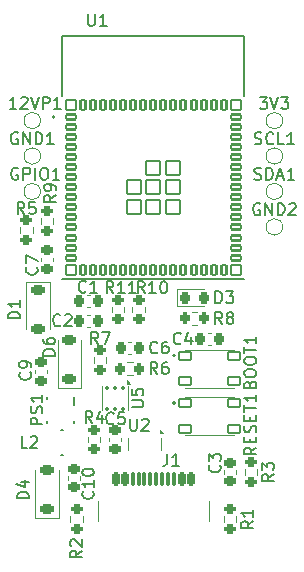
<source format=gbr>
%TF.GenerationSoftware,KiCad,Pcbnew,8.0.8*%
%TF.CreationDate,2025-07-23T19:23:50+02:00*%
%TF.ProjectId,liz_sensor,6c697a5f-7365-46e7-936f-722e6b696361,rev?*%
%TF.SameCoordinates,Original*%
%TF.FileFunction,Legend,Top*%
%TF.FilePolarity,Positive*%
%FSLAX46Y46*%
G04 Gerber Fmt 4.6, Leading zero omitted, Abs format (unit mm)*
G04 Created by KiCad (PCBNEW 8.0.8) date 2025-07-23 19:23:50*
%MOMM*%
%LPD*%
G01*
G04 APERTURE LIST*
G04 Aperture macros list*
%AMRoundRect*
0 Rectangle with rounded corners*
0 $1 Rounding radius*
0 $2 $3 $4 $5 $6 $7 $8 $9 X,Y pos of 4 corners*
0 Add a 4 corners polygon primitive as box body*
4,1,4,$2,$3,$4,$5,$6,$7,$8,$9,$2,$3,0*
0 Add four circle primitives for the rounded corners*
1,1,$1+$1,$2,$3*
1,1,$1+$1,$4,$5*
1,1,$1+$1,$6,$7*
1,1,$1+$1,$8,$9*
0 Add four rect primitives between the rounded corners*
20,1,$1+$1,$2,$3,$4,$5,0*
20,1,$1+$1,$4,$5,$6,$7,0*
20,1,$1+$1,$6,$7,$8,$9,0*
20,1,$1+$1,$8,$9,$2,$3,0*%
G04 Aperture macros list end*
%ADD10C,0.150000*%
%ADD11C,0.120000*%
%ADD12C,0.127000*%
%ADD13C,0.200000*%
%ADD14C,0.100000*%
%ADD15C,0.170000*%
%ADD16C,0.152400*%
%ADD17C,0.010000*%
%ADD18RoundRect,0.200000X-0.275000X0.200000X-0.275000X-0.200000X0.275000X-0.200000X0.275000X0.200000X0*%
%ADD19RoundRect,0.225000X-0.250000X0.225000X-0.250000X-0.225000X0.250000X-0.225000X0.250000X0.225000X0*%
%ADD20C,1.000000*%
%ADD21RoundRect,0.225000X0.375000X-0.225000X0.375000X0.225000X-0.375000X0.225000X-0.375000X-0.225000X0*%
%ADD22RoundRect,0.225000X0.225000X0.250000X-0.225000X0.250000X-0.225000X-0.250000X0.225000X-0.250000X0*%
%ADD23RoundRect,0.102000X-0.400000X-0.200000X0.400000X-0.200000X0.400000X0.200000X-0.400000X0.200000X0*%
%ADD24RoundRect,0.102000X-0.200000X-0.400000X0.200000X-0.400000X0.200000X0.400000X-0.200000X0.400000X0*%
%ADD25RoundRect,0.102000X-0.600000X-0.600000X0.600000X-0.600000X0.600000X0.600000X-0.600000X0.600000X0*%
%ADD26RoundRect,0.102000X-0.400000X-0.400000X0.400000X-0.400000X0.400000X0.400000X-0.400000X0.400000X0*%
%ADD27RoundRect,0.102000X-0.525000X-0.325000X0.525000X-0.325000X0.525000X0.325000X-0.525000X0.325000X0*%
%ADD28RoundRect,0.200000X-0.200000X-0.275000X0.200000X-0.275000X0.200000X0.275000X-0.200000X0.275000X0*%
%ADD29R,0.250000X0.625000*%
%ADD30R,0.450000X0.700000*%
%ADD31R,0.450000X0.575000*%
%ADD32RoundRect,0.225000X-0.375000X0.225000X-0.375000X-0.225000X0.375000X-0.225000X0.375000X0.225000X0*%
%ADD33RoundRect,0.218750X-0.218750X-0.256250X0.218750X-0.256250X0.218750X0.256250X-0.218750X0.256250X0*%
%ADD34RoundRect,0.225000X-0.225000X-0.250000X0.225000X-0.250000X0.225000X0.250000X-0.225000X0.250000X0*%
%ADD35R,0.249999X0.499999*%
%ADD36R,1.599999X0.900001*%
%ADD37C,0.499999*%
%ADD38C,0.650000*%
%ADD39RoundRect,0.150000X-0.150000X-0.425000X0.150000X-0.425000X0.150000X0.425000X-0.150000X0.425000X0*%
%ADD40RoundRect,0.075000X-0.075000X-0.500000X0.075000X-0.500000X0.075000X0.500000X-0.075000X0.500000X0*%
%ADD41O,1.000000X2.100000*%
%ADD42O,1.000000X1.800000*%
%ADD43RoundRect,0.225000X0.250000X-0.225000X0.250000X0.225000X-0.250000X0.225000X-0.250000X-0.225000X0*%
%ADD44R,1.066800X1.803400*%
%ADD45RoundRect,0.093750X-0.106250X0.093750X-0.106250X-0.093750X0.106250X-0.093750X0.106250X0.093750X0*%
%ADD46R,1.600000X1.000000*%
G04 APERTURE END LIST*
D10*
X147833333Y-103154819D02*
X147500000Y-102678628D01*
X147261905Y-103154819D02*
X147261905Y-102154819D01*
X147261905Y-102154819D02*
X147642857Y-102154819D01*
X147642857Y-102154819D02*
X147738095Y-102202438D01*
X147738095Y-102202438D02*
X147785714Y-102250057D01*
X147785714Y-102250057D02*
X147833333Y-102345295D01*
X147833333Y-102345295D02*
X147833333Y-102488152D01*
X147833333Y-102488152D02*
X147785714Y-102583390D01*
X147785714Y-102583390D02*
X147738095Y-102631009D01*
X147738095Y-102631009D02*
X147642857Y-102678628D01*
X147642857Y-102678628D02*
X147261905Y-102678628D01*
X148166667Y-102154819D02*
X148833333Y-102154819D01*
X148833333Y-102154819D02*
X148404762Y-103154819D01*
X149133333Y-109859580D02*
X149085714Y-109907200D01*
X149085714Y-109907200D02*
X148942857Y-109954819D01*
X148942857Y-109954819D02*
X148847619Y-109954819D01*
X148847619Y-109954819D02*
X148704762Y-109907200D01*
X148704762Y-109907200D02*
X148609524Y-109811961D01*
X148609524Y-109811961D02*
X148561905Y-109716723D01*
X148561905Y-109716723D02*
X148514286Y-109526247D01*
X148514286Y-109526247D02*
X148514286Y-109383390D01*
X148514286Y-109383390D02*
X148561905Y-109192914D01*
X148561905Y-109192914D02*
X148609524Y-109097676D01*
X148609524Y-109097676D02*
X148704762Y-109002438D01*
X148704762Y-109002438D02*
X148847619Y-108954819D01*
X148847619Y-108954819D02*
X148942857Y-108954819D01*
X148942857Y-108954819D02*
X149085714Y-109002438D01*
X149085714Y-109002438D02*
X149133333Y-109050057D01*
X150038095Y-108954819D02*
X149561905Y-108954819D01*
X149561905Y-108954819D02*
X149514286Y-109431009D01*
X149514286Y-109431009D02*
X149561905Y-109383390D01*
X149561905Y-109383390D02*
X149657143Y-109335771D01*
X149657143Y-109335771D02*
X149895238Y-109335771D01*
X149895238Y-109335771D02*
X149990476Y-109383390D01*
X149990476Y-109383390D02*
X150038095Y-109431009D01*
X150038095Y-109431009D02*
X150085714Y-109526247D01*
X150085714Y-109526247D02*
X150085714Y-109764342D01*
X150085714Y-109764342D02*
X150038095Y-109859580D01*
X150038095Y-109859580D02*
X149990476Y-109907200D01*
X149990476Y-109907200D02*
X149895238Y-109954819D01*
X149895238Y-109954819D02*
X149657143Y-109954819D01*
X149657143Y-109954819D02*
X149561905Y-109907200D01*
X149561905Y-109907200D02*
X149514286Y-109859580D01*
X141011904Y-85304438D02*
X140916666Y-85256819D01*
X140916666Y-85256819D02*
X140773809Y-85256819D01*
X140773809Y-85256819D02*
X140630952Y-85304438D01*
X140630952Y-85304438D02*
X140535714Y-85399676D01*
X140535714Y-85399676D02*
X140488095Y-85494914D01*
X140488095Y-85494914D02*
X140440476Y-85685390D01*
X140440476Y-85685390D02*
X140440476Y-85828247D01*
X140440476Y-85828247D02*
X140488095Y-86018723D01*
X140488095Y-86018723D02*
X140535714Y-86113961D01*
X140535714Y-86113961D02*
X140630952Y-86209200D01*
X140630952Y-86209200D02*
X140773809Y-86256819D01*
X140773809Y-86256819D02*
X140869047Y-86256819D01*
X140869047Y-86256819D02*
X141011904Y-86209200D01*
X141011904Y-86209200D02*
X141059523Y-86161580D01*
X141059523Y-86161580D02*
X141059523Y-85828247D01*
X141059523Y-85828247D02*
X140869047Y-85828247D01*
X141488095Y-86256819D02*
X141488095Y-85256819D01*
X141488095Y-85256819D02*
X142059523Y-86256819D01*
X142059523Y-86256819D02*
X142059523Y-85256819D01*
X142535714Y-86256819D02*
X142535714Y-85256819D01*
X142535714Y-85256819D02*
X142773809Y-85256819D01*
X142773809Y-85256819D02*
X142916666Y-85304438D01*
X142916666Y-85304438D02*
X143011904Y-85399676D01*
X143011904Y-85399676D02*
X143059523Y-85494914D01*
X143059523Y-85494914D02*
X143107142Y-85685390D01*
X143107142Y-85685390D02*
X143107142Y-85828247D01*
X143107142Y-85828247D02*
X143059523Y-86018723D01*
X143059523Y-86018723D02*
X143011904Y-86113961D01*
X143011904Y-86113961D02*
X142916666Y-86209200D01*
X142916666Y-86209200D02*
X142773809Y-86256819D01*
X142773809Y-86256819D02*
X142535714Y-86256819D01*
X144059523Y-86256819D02*
X143488095Y-86256819D01*
X143773809Y-86256819D02*
X143773809Y-85256819D01*
X143773809Y-85256819D02*
X143678571Y-85399676D01*
X143678571Y-85399676D02*
X143583333Y-85494914D01*
X143583333Y-85494914D02*
X143488095Y-85542533D01*
X147333333Y-109854819D02*
X147000000Y-109378628D01*
X146761905Y-109854819D02*
X146761905Y-108854819D01*
X146761905Y-108854819D02*
X147142857Y-108854819D01*
X147142857Y-108854819D02*
X147238095Y-108902438D01*
X147238095Y-108902438D02*
X147285714Y-108950057D01*
X147285714Y-108950057D02*
X147333333Y-109045295D01*
X147333333Y-109045295D02*
X147333333Y-109188152D01*
X147333333Y-109188152D02*
X147285714Y-109283390D01*
X147285714Y-109283390D02*
X147238095Y-109331009D01*
X147238095Y-109331009D02*
X147142857Y-109378628D01*
X147142857Y-109378628D02*
X146761905Y-109378628D01*
X148190476Y-109188152D02*
X148190476Y-109854819D01*
X147952381Y-108807200D02*
X147714286Y-109521485D01*
X147714286Y-109521485D02*
X148333333Y-109521485D01*
X141954819Y-116238094D02*
X140954819Y-116238094D01*
X140954819Y-116238094D02*
X140954819Y-115999999D01*
X140954819Y-115999999D02*
X141002438Y-115857142D01*
X141002438Y-115857142D02*
X141097676Y-115761904D01*
X141097676Y-115761904D02*
X141192914Y-115714285D01*
X141192914Y-115714285D02*
X141383390Y-115666666D01*
X141383390Y-115666666D02*
X141526247Y-115666666D01*
X141526247Y-115666666D02*
X141716723Y-115714285D01*
X141716723Y-115714285D02*
X141811961Y-115761904D01*
X141811961Y-115761904D02*
X141907200Y-115857142D01*
X141907200Y-115857142D02*
X141954819Y-115999999D01*
X141954819Y-115999999D02*
X141954819Y-116238094D01*
X141288152Y-114809523D02*
X141954819Y-114809523D01*
X140907200Y-115047618D02*
X141621485Y-115285713D01*
X141621485Y-115285713D02*
X141621485Y-114666666D01*
X161059524Y-89209200D02*
X161202381Y-89256819D01*
X161202381Y-89256819D02*
X161440476Y-89256819D01*
X161440476Y-89256819D02*
X161535714Y-89209200D01*
X161535714Y-89209200D02*
X161583333Y-89161580D01*
X161583333Y-89161580D02*
X161630952Y-89066342D01*
X161630952Y-89066342D02*
X161630952Y-88971104D01*
X161630952Y-88971104D02*
X161583333Y-88875866D01*
X161583333Y-88875866D02*
X161535714Y-88828247D01*
X161535714Y-88828247D02*
X161440476Y-88780628D01*
X161440476Y-88780628D02*
X161250000Y-88733009D01*
X161250000Y-88733009D02*
X161154762Y-88685390D01*
X161154762Y-88685390D02*
X161107143Y-88637771D01*
X161107143Y-88637771D02*
X161059524Y-88542533D01*
X161059524Y-88542533D02*
X161059524Y-88447295D01*
X161059524Y-88447295D02*
X161107143Y-88352057D01*
X161107143Y-88352057D02*
X161154762Y-88304438D01*
X161154762Y-88304438D02*
X161250000Y-88256819D01*
X161250000Y-88256819D02*
X161488095Y-88256819D01*
X161488095Y-88256819D02*
X161630952Y-88304438D01*
X162059524Y-89256819D02*
X162059524Y-88256819D01*
X162059524Y-88256819D02*
X162297619Y-88256819D01*
X162297619Y-88256819D02*
X162440476Y-88304438D01*
X162440476Y-88304438D02*
X162535714Y-88399676D01*
X162535714Y-88399676D02*
X162583333Y-88494914D01*
X162583333Y-88494914D02*
X162630952Y-88685390D01*
X162630952Y-88685390D02*
X162630952Y-88828247D01*
X162630952Y-88828247D02*
X162583333Y-89018723D01*
X162583333Y-89018723D02*
X162535714Y-89113961D01*
X162535714Y-89113961D02*
X162440476Y-89209200D01*
X162440476Y-89209200D02*
X162297619Y-89256819D01*
X162297619Y-89256819D02*
X162059524Y-89256819D01*
X163011905Y-88971104D02*
X163488095Y-88971104D01*
X162916667Y-89256819D02*
X163250000Y-88256819D01*
X163250000Y-88256819D02*
X163583333Y-89256819D01*
X164440476Y-89256819D02*
X163869048Y-89256819D01*
X164154762Y-89256819D02*
X164154762Y-88256819D01*
X164154762Y-88256819D02*
X164059524Y-88399676D01*
X164059524Y-88399676D02*
X163964286Y-88494914D01*
X163964286Y-88494914D02*
X163869048Y-88542533D01*
X144633333Y-101559580D02*
X144585714Y-101607200D01*
X144585714Y-101607200D02*
X144442857Y-101654819D01*
X144442857Y-101654819D02*
X144347619Y-101654819D01*
X144347619Y-101654819D02*
X144204762Y-101607200D01*
X144204762Y-101607200D02*
X144109524Y-101511961D01*
X144109524Y-101511961D02*
X144061905Y-101416723D01*
X144061905Y-101416723D02*
X144014286Y-101226247D01*
X144014286Y-101226247D02*
X144014286Y-101083390D01*
X144014286Y-101083390D02*
X144061905Y-100892914D01*
X144061905Y-100892914D02*
X144109524Y-100797676D01*
X144109524Y-100797676D02*
X144204762Y-100702438D01*
X144204762Y-100702438D02*
X144347619Y-100654819D01*
X144347619Y-100654819D02*
X144442857Y-100654819D01*
X144442857Y-100654819D02*
X144585714Y-100702438D01*
X144585714Y-100702438D02*
X144633333Y-100750057D01*
X145014286Y-100750057D02*
X145061905Y-100702438D01*
X145061905Y-100702438D02*
X145157143Y-100654819D01*
X145157143Y-100654819D02*
X145395238Y-100654819D01*
X145395238Y-100654819D02*
X145490476Y-100702438D01*
X145490476Y-100702438D02*
X145538095Y-100750057D01*
X145538095Y-100750057D02*
X145585714Y-100845295D01*
X145585714Y-100845295D02*
X145585714Y-100940533D01*
X145585714Y-100940533D02*
X145538095Y-101083390D01*
X145538095Y-101083390D02*
X144966667Y-101654819D01*
X144966667Y-101654819D02*
X145585714Y-101654819D01*
X152833333Y-103859580D02*
X152785714Y-103907200D01*
X152785714Y-103907200D02*
X152642857Y-103954819D01*
X152642857Y-103954819D02*
X152547619Y-103954819D01*
X152547619Y-103954819D02*
X152404762Y-103907200D01*
X152404762Y-103907200D02*
X152309524Y-103811961D01*
X152309524Y-103811961D02*
X152261905Y-103716723D01*
X152261905Y-103716723D02*
X152214286Y-103526247D01*
X152214286Y-103526247D02*
X152214286Y-103383390D01*
X152214286Y-103383390D02*
X152261905Y-103192914D01*
X152261905Y-103192914D02*
X152309524Y-103097676D01*
X152309524Y-103097676D02*
X152404762Y-103002438D01*
X152404762Y-103002438D02*
X152547619Y-102954819D01*
X152547619Y-102954819D02*
X152642857Y-102954819D01*
X152642857Y-102954819D02*
X152785714Y-103002438D01*
X152785714Y-103002438D02*
X152833333Y-103050057D01*
X153690476Y-102954819D02*
X153500000Y-102954819D01*
X153500000Y-102954819D02*
X153404762Y-103002438D01*
X153404762Y-103002438D02*
X153357143Y-103050057D01*
X153357143Y-103050057D02*
X153261905Y-103192914D01*
X153261905Y-103192914D02*
X153214286Y-103383390D01*
X153214286Y-103383390D02*
X153214286Y-103764342D01*
X153214286Y-103764342D02*
X153261905Y-103859580D01*
X153261905Y-103859580D02*
X153309524Y-103907200D01*
X153309524Y-103907200D02*
X153404762Y-103954819D01*
X153404762Y-103954819D02*
X153595238Y-103954819D01*
X153595238Y-103954819D02*
X153690476Y-103907200D01*
X153690476Y-103907200D02*
X153738095Y-103859580D01*
X153738095Y-103859580D02*
X153785714Y-103764342D01*
X153785714Y-103764342D02*
X153785714Y-103526247D01*
X153785714Y-103526247D02*
X153738095Y-103431009D01*
X153738095Y-103431009D02*
X153690476Y-103383390D01*
X153690476Y-103383390D02*
X153595238Y-103335771D01*
X153595238Y-103335771D02*
X153404762Y-103335771D01*
X153404762Y-103335771D02*
X153309524Y-103383390D01*
X153309524Y-103383390D02*
X153261905Y-103431009D01*
X153261905Y-103431009D02*
X153214286Y-103526247D01*
X146963095Y-75219819D02*
X146963095Y-76029342D01*
X146963095Y-76029342D02*
X147010714Y-76124580D01*
X147010714Y-76124580D02*
X147058333Y-76172200D01*
X147058333Y-76172200D02*
X147153571Y-76219819D01*
X147153571Y-76219819D02*
X147344047Y-76219819D01*
X147344047Y-76219819D02*
X147439285Y-76172200D01*
X147439285Y-76172200D02*
X147486904Y-76124580D01*
X147486904Y-76124580D02*
X147534523Y-76029342D01*
X147534523Y-76029342D02*
X147534523Y-75219819D01*
X148534523Y-76219819D02*
X147963095Y-76219819D01*
X148248809Y-76219819D02*
X148248809Y-75219819D01*
X148248809Y-75219819D02*
X148153571Y-75362676D01*
X148153571Y-75362676D02*
X148058333Y-75457914D01*
X148058333Y-75457914D02*
X147963095Y-75505533D01*
X161204819Y-111928571D02*
X160728628Y-112261904D01*
X161204819Y-112499999D02*
X160204819Y-112499999D01*
X160204819Y-112499999D02*
X160204819Y-112119047D01*
X160204819Y-112119047D02*
X160252438Y-112023809D01*
X160252438Y-112023809D02*
X160300057Y-111976190D01*
X160300057Y-111976190D02*
X160395295Y-111928571D01*
X160395295Y-111928571D02*
X160538152Y-111928571D01*
X160538152Y-111928571D02*
X160633390Y-111976190D01*
X160633390Y-111976190D02*
X160681009Y-112023809D01*
X160681009Y-112023809D02*
X160728628Y-112119047D01*
X160728628Y-112119047D02*
X160728628Y-112499999D01*
X160681009Y-111499999D02*
X160681009Y-111166666D01*
X161204819Y-111023809D02*
X161204819Y-111499999D01*
X161204819Y-111499999D02*
X160204819Y-111499999D01*
X160204819Y-111499999D02*
X160204819Y-111023809D01*
X161157200Y-110642856D02*
X161204819Y-110499999D01*
X161204819Y-110499999D02*
X161204819Y-110261904D01*
X161204819Y-110261904D02*
X161157200Y-110166666D01*
X161157200Y-110166666D02*
X161109580Y-110119047D01*
X161109580Y-110119047D02*
X161014342Y-110071428D01*
X161014342Y-110071428D02*
X160919104Y-110071428D01*
X160919104Y-110071428D02*
X160823866Y-110119047D01*
X160823866Y-110119047D02*
X160776247Y-110166666D01*
X160776247Y-110166666D02*
X160728628Y-110261904D01*
X160728628Y-110261904D02*
X160681009Y-110452380D01*
X160681009Y-110452380D02*
X160633390Y-110547618D01*
X160633390Y-110547618D02*
X160585771Y-110595237D01*
X160585771Y-110595237D02*
X160490533Y-110642856D01*
X160490533Y-110642856D02*
X160395295Y-110642856D01*
X160395295Y-110642856D02*
X160300057Y-110595237D01*
X160300057Y-110595237D02*
X160252438Y-110547618D01*
X160252438Y-110547618D02*
X160204819Y-110452380D01*
X160204819Y-110452380D02*
X160204819Y-110214285D01*
X160204819Y-110214285D02*
X160252438Y-110071428D01*
X160681009Y-109642856D02*
X160681009Y-109309523D01*
X161204819Y-109166666D02*
X161204819Y-109642856D01*
X161204819Y-109642856D02*
X160204819Y-109642856D01*
X160204819Y-109642856D02*
X160204819Y-109166666D01*
X160204819Y-108880951D02*
X160204819Y-108309523D01*
X161204819Y-108595237D02*
X160204819Y-108595237D01*
X161204819Y-107452380D02*
X161204819Y-108023808D01*
X161204819Y-107738094D02*
X160204819Y-107738094D01*
X160204819Y-107738094D02*
X160347676Y-107833332D01*
X160347676Y-107833332D02*
X160442914Y-107928570D01*
X160442914Y-107928570D02*
X160490533Y-108023808D01*
X152833333Y-105704819D02*
X152500000Y-105228628D01*
X152261905Y-105704819D02*
X152261905Y-104704819D01*
X152261905Y-104704819D02*
X152642857Y-104704819D01*
X152642857Y-104704819D02*
X152738095Y-104752438D01*
X152738095Y-104752438D02*
X152785714Y-104800057D01*
X152785714Y-104800057D02*
X152833333Y-104895295D01*
X152833333Y-104895295D02*
X152833333Y-105038152D01*
X152833333Y-105038152D02*
X152785714Y-105133390D01*
X152785714Y-105133390D02*
X152738095Y-105181009D01*
X152738095Y-105181009D02*
X152642857Y-105228628D01*
X152642857Y-105228628D02*
X152261905Y-105228628D01*
X153690476Y-104704819D02*
X153500000Y-104704819D01*
X153500000Y-104704819D02*
X153404762Y-104752438D01*
X153404762Y-104752438D02*
X153357143Y-104800057D01*
X153357143Y-104800057D02*
X153261905Y-104942914D01*
X153261905Y-104942914D02*
X153214286Y-105133390D01*
X153214286Y-105133390D02*
X153214286Y-105514342D01*
X153214286Y-105514342D02*
X153261905Y-105609580D01*
X153261905Y-105609580D02*
X153309524Y-105657200D01*
X153309524Y-105657200D02*
X153404762Y-105704819D01*
X153404762Y-105704819D02*
X153595238Y-105704819D01*
X153595238Y-105704819D02*
X153690476Y-105657200D01*
X153690476Y-105657200D02*
X153738095Y-105609580D01*
X153738095Y-105609580D02*
X153785714Y-105514342D01*
X153785714Y-105514342D02*
X153785714Y-105276247D01*
X153785714Y-105276247D02*
X153738095Y-105181009D01*
X153738095Y-105181009D02*
X153690476Y-105133390D01*
X153690476Y-105133390D02*
X153595238Y-105085771D01*
X153595238Y-105085771D02*
X153404762Y-105085771D01*
X153404762Y-105085771D02*
X153309524Y-105133390D01*
X153309524Y-105133390D02*
X153261905Y-105181009D01*
X153261905Y-105181009D02*
X153214286Y-105276247D01*
X160954819Y-118166666D02*
X160478628Y-118499999D01*
X160954819Y-118738094D02*
X159954819Y-118738094D01*
X159954819Y-118738094D02*
X159954819Y-118357142D01*
X159954819Y-118357142D02*
X160002438Y-118261904D01*
X160002438Y-118261904D02*
X160050057Y-118214285D01*
X160050057Y-118214285D02*
X160145295Y-118166666D01*
X160145295Y-118166666D02*
X160288152Y-118166666D01*
X160288152Y-118166666D02*
X160383390Y-118214285D01*
X160383390Y-118214285D02*
X160431009Y-118261904D01*
X160431009Y-118261904D02*
X160478628Y-118357142D01*
X160478628Y-118357142D02*
X160478628Y-118738094D01*
X160954819Y-117214285D02*
X160954819Y-117785713D01*
X160954819Y-117499999D02*
X159954819Y-117499999D01*
X159954819Y-117499999D02*
X160097676Y-117595237D01*
X160097676Y-117595237D02*
X160192914Y-117690475D01*
X160192914Y-117690475D02*
X160240533Y-117785713D01*
X149107142Y-98854819D02*
X148773809Y-98378628D01*
X148535714Y-98854819D02*
X148535714Y-97854819D01*
X148535714Y-97854819D02*
X148916666Y-97854819D01*
X148916666Y-97854819D02*
X149011904Y-97902438D01*
X149011904Y-97902438D02*
X149059523Y-97950057D01*
X149059523Y-97950057D02*
X149107142Y-98045295D01*
X149107142Y-98045295D02*
X149107142Y-98188152D01*
X149107142Y-98188152D02*
X149059523Y-98283390D01*
X149059523Y-98283390D02*
X149011904Y-98331009D01*
X149011904Y-98331009D02*
X148916666Y-98378628D01*
X148916666Y-98378628D02*
X148535714Y-98378628D01*
X150059523Y-98854819D02*
X149488095Y-98854819D01*
X149773809Y-98854819D02*
X149773809Y-97854819D01*
X149773809Y-97854819D02*
X149678571Y-97997676D01*
X149678571Y-97997676D02*
X149583333Y-98092914D01*
X149583333Y-98092914D02*
X149488095Y-98140533D01*
X151011904Y-98854819D02*
X150440476Y-98854819D01*
X150726190Y-98854819D02*
X150726190Y-97854819D01*
X150726190Y-97854819D02*
X150630952Y-97997676D01*
X150630952Y-97997676D02*
X150535714Y-98092914D01*
X150535714Y-98092914D02*
X150440476Y-98140533D01*
X150538095Y-109504819D02*
X150538095Y-110314342D01*
X150538095Y-110314342D02*
X150585714Y-110409580D01*
X150585714Y-110409580D02*
X150633333Y-110457200D01*
X150633333Y-110457200D02*
X150728571Y-110504819D01*
X150728571Y-110504819D02*
X150919047Y-110504819D01*
X150919047Y-110504819D02*
X151014285Y-110457200D01*
X151014285Y-110457200D02*
X151061904Y-110409580D01*
X151061904Y-110409580D02*
X151109523Y-110314342D01*
X151109523Y-110314342D02*
X151109523Y-109504819D01*
X151538095Y-109600057D02*
X151585714Y-109552438D01*
X151585714Y-109552438D02*
X151680952Y-109504819D01*
X151680952Y-109504819D02*
X151919047Y-109504819D01*
X151919047Y-109504819D02*
X152014285Y-109552438D01*
X152014285Y-109552438D02*
X152061904Y-109600057D01*
X152061904Y-109600057D02*
X152109523Y-109695295D01*
X152109523Y-109695295D02*
X152109523Y-109790533D01*
X152109523Y-109790533D02*
X152061904Y-109933390D01*
X152061904Y-109933390D02*
X151490476Y-110504819D01*
X151490476Y-110504819D02*
X152109523Y-110504819D01*
X146454819Y-120666666D02*
X145978628Y-120999999D01*
X146454819Y-121238094D02*
X145454819Y-121238094D01*
X145454819Y-121238094D02*
X145454819Y-120857142D01*
X145454819Y-120857142D02*
X145502438Y-120761904D01*
X145502438Y-120761904D02*
X145550057Y-120714285D01*
X145550057Y-120714285D02*
X145645295Y-120666666D01*
X145645295Y-120666666D02*
X145788152Y-120666666D01*
X145788152Y-120666666D02*
X145883390Y-120714285D01*
X145883390Y-120714285D02*
X145931009Y-120761904D01*
X145931009Y-120761904D02*
X145978628Y-120857142D01*
X145978628Y-120857142D02*
X145978628Y-121238094D01*
X145550057Y-120285713D02*
X145502438Y-120238094D01*
X145502438Y-120238094D02*
X145454819Y-120142856D01*
X145454819Y-120142856D02*
X145454819Y-119904761D01*
X145454819Y-119904761D02*
X145502438Y-119809523D01*
X145502438Y-119809523D02*
X145550057Y-119761904D01*
X145550057Y-119761904D02*
X145645295Y-119714285D01*
X145645295Y-119714285D02*
X145740533Y-119714285D01*
X145740533Y-119714285D02*
X145883390Y-119761904D01*
X145883390Y-119761904D02*
X146454819Y-120333332D01*
X146454819Y-120333332D02*
X146454819Y-119714285D01*
X142609580Y-96666666D02*
X142657200Y-96714285D01*
X142657200Y-96714285D02*
X142704819Y-96857142D01*
X142704819Y-96857142D02*
X142704819Y-96952380D01*
X142704819Y-96952380D02*
X142657200Y-97095237D01*
X142657200Y-97095237D02*
X142561961Y-97190475D01*
X142561961Y-97190475D02*
X142466723Y-97238094D01*
X142466723Y-97238094D02*
X142276247Y-97285713D01*
X142276247Y-97285713D02*
X142133390Y-97285713D01*
X142133390Y-97285713D02*
X141942914Y-97238094D01*
X141942914Y-97238094D02*
X141847676Y-97190475D01*
X141847676Y-97190475D02*
X141752438Y-97095237D01*
X141752438Y-97095237D02*
X141704819Y-96952380D01*
X141704819Y-96952380D02*
X141704819Y-96857142D01*
X141704819Y-96857142D02*
X141752438Y-96714285D01*
X141752438Y-96714285D02*
X141800057Y-96666666D01*
X141704819Y-96333332D02*
X141704819Y-95666666D01*
X141704819Y-95666666D02*
X142704819Y-96095237D01*
X141204819Y-100988094D02*
X140204819Y-100988094D01*
X140204819Y-100988094D02*
X140204819Y-100749999D01*
X140204819Y-100749999D02*
X140252438Y-100607142D01*
X140252438Y-100607142D02*
X140347676Y-100511904D01*
X140347676Y-100511904D02*
X140442914Y-100464285D01*
X140442914Y-100464285D02*
X140633390Y-100416666D01*
X140633390Y-100416666D02*
X140776247Y-100416666D01*
X140776247Y-100416666D02*
X140966723Y-100464285D01*
X140966723Y-100464285D02*
X141061961Y-100511904D01*
X141061961Y-100511904D02*
X141157200Y-100607142D01*
X141157200Y-100607142D02*
X141204819Y-100749999D01*
X141204819Y-100749999D02*
X141204819Y-100988094D01*
X141204819Y-99464285D02*
X141204819Y-100035713D01*
X141204819Y-99749999D02*
X140204819Y-99749999D01*
X140204819Y-99749999D02*
X140347676Y-99845237D01*
X140347676Y-99845237D02*
X140442914Y-99940475D01*
X140442914Y-99940475D02*
X140490533Y-100035713D01*
X158109580Y-113416666D02*
X158157200Y-113464285D01*
X158157200Y-113464285D02*
X158204819Y-113607142D01*
X158204819Y-113607142D02*
X158204819Y-113702380D01*
X158204819Y-113702380D02*
X158157200Y-113845237D01*
X158157200Y-113845237D02*
X158061961Y-113940475D01*
X158061961Y-113940475D02*
X157966723Y-113988094D01*
X157966723Y-113988094D02*
X157776247Y-114035713D01*
X157776247Y-114035713D02*
X157633390Y-114035713D01*
X157633390Y-114035713D02*
X157442914Y-113988094D01*
X157442914Y-113988094D02*
X157347676Y-113940475D01*
X157347676Y-113940475D02*
X157252438Y-113845237D01*
X157252438Y-113845237D02*
X157204819Y-113702380D01*
X157204819Y-113702380D02*
X157204819Y-113607142D01*
X157204819Y-113607142D02*
X157252438Y-113464285D01*
X157252438Y-113464285D02*
X157300057Y-113416666D01*
X157204819Y-113083332D02*
X157204819Y-112464285D01*
X157204819Y-112464285D02*
X157585771Y-112797618D01*
X157585771Y-112797618D02*
X157585771Y-112654761D01*
X157585771Y-112654761D02*
X157633390Y-112559523D01*
X157633390Y-112559523D02*
X157681009Y-112511904D01*
X157681009Y-112511904D02*
X157776247Y-112464285D01*
X157776247Y-112464285D02*
X158014342Y-112464285D01*
X158014342Y-112464285D02*
X158109580Y-112511904D01*
X158109580Y-112511904D02*
X158157200Y-112559523D01*
X158157200Y-112559523D02*
X158204819Y-112654761D01*
X158204819Y-112654761D02*
X158204819Y-112940475D01*
X158204819Y-112940475D02*
X158157200Y-113035713D01*
X158157200Y-113035713D02*
X158109580Y-113083332D01*
X158333333Y-101454819D02*
X158000000Y-100978628D01*
X157761905Y-101454819D02*
X157761905Y-100454819D01*
X157761905Y-100454819D02*
X158142857Y-100454819D01*
X158142857Y-100454819D02*
X158238095Y-100502438D01*
X158238095Y-100502438D02*
X158285714Y-100550057D01*
X158285714Y-100550057D02*
X158333333Y-100645295D01*
X158333333Y-100645295D02*
X158333333Y-100788152D01*
X158333333Y-100788152D02*
X158285714Y-100883390D01*
X158285714Y-100883390D02*
X158238095Y-100931009D01*
X158238095Y-100931009D02*
X158142857Y-100978628D01*
X158142857Y-100978628D02*
X157761905Y-100978628D01*
X158904762Y-100883390D02*
X158809524Y-100835771D01*
X158809524Y-100835771D02*
X158761905Y-100788152D01*
X158761905Y-100788152D02*
X158714286Y-100692914D01*
X158714286Y-100692914D02*
X158714286Y-100645295D01*
X158714286Y-100645295D02*
X158761905Y-100550057D01*
X158761905Y-100550057D02*
X158809524Y-100502438D01*
X158809524Y-100502438D02*
X158904762Y-100454819D01*
X158904762Y-100454819D02*
X159095238Y-100454819D01*
X159095238Y-100454819D02*
X159190476Y-100502438D01*
X159190476Y-100502438D02*
X159238095Y-100550057D01*
X159238095Y-100550057D02*
X159285714Y-100645295D01*
X159285714Y-100645295D02*
X159285714Y-100692914D01*
X159285714Y-100692914D02*
X159238095Y-100788152D01*
X159238095Y-100788152D02*
X159190476Y-100835771D01*
X159190476Y-100835771D02*
X159095238Y-100883390D01*
X159095238Y-100883390D02*
X158904762Y-100883390D01*
X158904762Y-100883390D02*
X158809524Y-100931009D01*
X158809524Y-100931009D02*
X158761905Y-100978628D01*
X158761905Y-100978628D02*
X158714286Y-101073866D01*
X158714286Y-101073866D02*
X158714286Y-101264342D01*
X158714286Y-101264342D02*
X158761905Y-101359580D01*
X158761905Y-101359580D02*
X158809524Y-101407200D01*
X158809524Y-101407200D02*
X158904762Y-101454819D01*
X158904762Y-101454819D02*
X159095238Y-101454819D01*
X159095238Y-101454819D02*
X159190476Y-101407200D01*
X159190476Y-101407200D02*
X159238095Y-101359580D01*
X159238095Y-101359580D02*
X159285714Y-101264342D01*
X159285714Y-101264342D02*
X159285714Y-101073866D01*
X159285714Y-101073866D02*
X159238095Y-100978628D01*
X159238095Y-100978628D02*
X159190476Y-100931009D01*
X159190476Y-100931009D02*
X159095238Y-100883390D01*
X162704819Y-114166666D02*
X162228628Y-114499999D01*
X162704819Y-114738094D02*
X161704819Y-114738094D01*
X161704819Y-114738094D02*
X161704819Y-114357142D01*
X161704819Y-114357142D02*
X161752438Y-114261904D01*
X161752438Y-114261904D02*
X161800057Y-114214285D01*
X161800057Y-114214285D02*
X161895295Y-114166666D01*
X161895295Y-114166666D02*
X162038152Y-114166666D01*
X162038152Y-114166666D02*
X162133390Y-114214285D01*
X162133390Y-114214285D02*
X162181009Y-114261904D01*
X162181009Y-114261904D02*
X162228628Y-114357142D01*
X162228628Y-114357142D02*
X162228628Y-114738094D01*
X161704819Y-113833332D02*
X161704819Y-113214285D01*
X161704819Y-113214285D02*
X162085771Y-113547618D01*
X162085771Y-113547618D02*
X162085771Y-113404761D01*
X162085771Y-113404761D02*
X162133390Y-113309523D01*
X162133390Y-113309523D02*
X162181009Y-113261904D01*
X162181009Y-113261904D02*
X162276247Y-113214285D01*
X162276247Y-113214285D02*
X162514342Y-113214285D01*
X162514342Y-113214285D02*
X162609580Y-113261904D01*
X162609580Y-113261904D02*
X162657200Y-113309523D01*
X162657200Y-113309523D02*
X162704819Y-113404761D01*
X162704819Y-113404761D02*
X162704819Y-113690475D01*
X162704819Y-113690475D02*
X162657200Y-113785713D01*
X162657200Y-113785713D02*
X162609580Y-113833332D01*
X144154819Y-104138094D02*
X143154819Y-104138094D01*
X143154819Y-104138094D02*
X143154819Y-103899999D01*
X143154819Y-103899999D02*
X143202438Y-103757142D01*
X143202438Y-103757142D02*
X143297676Y-103661904D01*
X143297676Y-103661904D02*
X143392914Y-103614285D01*
X143392914Y-103614285D02*
X143583390Y-103566666D01*
X143583390Y-103566666D02*
X143726247Y-103566666D01*
X143726247Y-103566666D02*
X143916723Y-103614285D01*
X143916723Y-103614285D02*
X144011961Y-103661904D01*
X144011961Y-103661904D02*
X144107200Y-103757142D01*
X144107200Y-103757142D02*
X144154819Y-103899999D01*
X144154819Y-103899999D02*
X144154819Y-104138094D01*
X143154819Y-102709523D02*
X143154819Y-102899999D01*
X143154819Y-102899999D02*
X143202438Y-102995237D01*
X143202438Y-102995237D02*
X143250057Y-103042856D01*
X143250057Y-103042856D02*
X143392914Y-103138094D01*
X143392914Y-103138094D02*
X143583390Y-103185713D01*
X143583390Y-103185713D02*
X143964342Y-103185713D01*
X143964342Y-103185713D02*
X144059580Y-103138094D01*
X144059580Y-103138094D02*
X144107200Y-103090475D01*
X144107200Y-103090475D02*
X144154819Y-102995237D01*
X144154819Y-102995237D02*
X144154819Y-102804761D01*
X144154819Y-102804761D02*
X144107200Y-102709523D01*
X144107200Y-102709523D02*
X144059580Y-102661904D01*
X144059580Y-102661904D02*
X143964342Y-102614285D01*
X143964342Y-102614285D02*
X143726247Y-102614285D01*
X143726247Y-102614285D02*
X143631009Y-102661904D01*
X143631009Y-102661904D02*
X143583390Y-102709523D01*
X143583390Y-102709523D02*
X143535771Y-102804761D01*
X143535771Y-102804761D02*
X143535771Y-102995237D01*
X143535771Y-102995237D02*
X143583390Y-103090475D01*
X143583390Y-103090475D02*
X143631009Y-103138094D01*
X143631009Y-103138094D02*
X143726247Y-103185713D01*
X141583333Y-92154819D02*
X141250000Y-91678628D01*
X141011905Y-92154819D02*
X141011905Y-91154819D01*
X141011905Y-91154819D02*
X141392857Y-91154819D01*
X141392857Y-91154819D02*
X141488095Y-91202438D01*
X141488095Y-91202438D02*
X141535714Y-91250057D01*
X141535714Y-91250057D02*
X141583333Y-91345295D01*
X141583333Y-91345295D02*
X141583333Y-91488152D01*
X141583333Y-91488152D02*
X141535714Y-91583390D01*
X141535714Y-91583390D02*
X141488095Y-91631009D01*
X141488095Y-91631009D02*
X141392857Y-91678628D01*
X141392857Y-91678628D02*
X141011905Y-91678628D01*
X142488095Y-91154819D02*
X142011905Y-91154819D01*
X142011905Y-91154819D02*
X141964286Y-91631009D01*
X141964286Y-91631009D02*
X142011905Y-91583390D01*
X142011905Y-91583390D02*
X142107143Y-91535771D01*
X142107143Y-91535771D02*
X142345238Y-91535771D01*
X142345238Y-91535771D02*
X142440476Y-91583390D01*
X142440476Y-91583390D02*
X142488095Y-91631009D01*
X142488095Y-91631009D02*
X142535714Y-91726247D01*
X142535714Y-91726247D02*
X142535714Y-91964342D01*
X142535714Y-91964342D02*
X142488095Y-92059580D01*
X142488095Y-92059580D02*
X142440476Y-92107200D01*
X142440476Y-92107200D02*
X142345238Y-92154819D01*
X142345238Y-92154819D02*
X142107143Y-92154819D01*
X142107143Y-92154819D02*
X142011905Y-92107200D01*
X142011905Y-92107200D02*
X141964286Y-92059580D01*
X161511904Y-91304438D02*
X161416666Y-91256819D01*
X161416666Y-91256819D02*
X161273809Y-91256819D01*
X161273809Y-91256819D02*
X161130952Y-91304438D01*
X161130952Y-91304438D02*
X161035714Y-91399676D01*
X161035714Y-91399676D02*
X160988095Y-91494914D01*
X160988095Y-91494914D02*
X160940476Y-91685390D01*
X160940476Y-91685390D02*
X160940476Y-91828247D01*
X160940476Y-91828247D02*
X160988095Y-92018723D01*
X160988095Y-92018723D02*
X161035714Y-92113961D01*
X161035714Y-92113961D02*
X161130952Y-92209200D01*
X161130952Y-92209200D02*
X161273809Y-92256819D01*
X161273809Y-92256819D02*
X161369047Y-92256819D01*
X161369047Y-92256819D02*
X161511904Y-92209200D01*
X161511904Y-92209200D02*
X161559523Y-92161580D01*
X161559523Y-92161580D02*
X161559523Y-91828247D01*
X161559523Y-91828247D02*
X161369047Y-91828247D01*
X161988095Y-92256819D02*
X161988095Y-91256819D01*
X161988095Y-91256819D02*
X162559523Y-92256819D01*
X162559523Y-92256819D02*
X162559523Y-91256819D01*
X163035714Y-92256819D02*
X163035714Y-91256819D01*
X163035714Y-91256819D02*
X163273809Y-91256819D01*
X163273809Y-91256819D02*
X163416666Y-91304438D01*
X163416666Y-91304438D02*
X163511904Y-91399676D01*
X163511904Y-91399676D02*
X163559523Y-91494914D01*
X163559523Y-91494914D02*
X163607142Y-91685390D01*
X163607142Y-91685390D02*
X163607142Y-91828247D01*
X163607142Y-91828247D02*
X163559523Y-92018723D01*
X163559523Y-92018723D02*
X163511904Y-92113961D01*
X163511904Y-92113961D02*
X163416666Y-92209200D01*
X163416666Y-92209200D02*
X163273809Y-92256819D01*
X163273809Y-92256819D02*
X163035714Y-92256819D01*
X163988095Y-91352057D02*
X164035714Y-91304438D01*
X164035714Y-91304438D02*
X164130952Y-91256819D01*
X164130952Y-91256819D02*
X164369047Y-91256819D01*
X164369047Y-91256819D02*
X164464285Y-91304438D01*
X164464285Y-91304438D02*
X164511904Y-91352057D01*
X164511904Y-91352057D02*
X164559523Y-91447295D01*
X164559523Y-91447295D02*
X164559523Y-91542533D01*
X164559523Y-91542533D02*
X164511904Y-91685390D01*
X164511904Y-91685390D02*
X163940476Y-92256819D01*
X163940476Y-92256819D02*
X164559523Y-92256819D01*
X161083333Y-86209200D02*
X161226190Y-86256819D01*
X161226190Y-86256819D02*
X161464285Y-86256819D01*
X161464285Y-86256819D02*
X161559523Y-86209200D01*
X161559523Y-86209200D02*
X161607142Y-86161580D01*
X161607142Y-86161580D02*
X161654761Y-86066342D01*
X161654761Y-86066342D02*
X161654761Y-85971104D01*
X161654761Y-85971104D02*
X161607142Y-85875866D01*
X161607142Y-85875866D02*
X161559523Y-85828247D01*
X161559523Y-85828247D02*
X161464285Y-85780628D01*
X161464285Y-85780628D02*
X161273809Y-85733009D01*
X161273809Y-85733009D02*
X161178571Y-85685390D01*
X161178571Y-85685390D02*
X161130952Y-85637771D01*
X161130952Y-85637771D02*
X161083333Y-85542533D01*
X161083333Y-85542533D02*
X161083333Y-85447295D01*
X161083333Y-85447295D02*
X161130952Y-85352057D01*
X161130952Y-85352057D02*
X161178571Y-85304438D01*
X161178571Y-85304438D02*
X161273809Y-85256819D01*
X161273809Y-85256819D02*
X161511904Y-85256819D01*
X161511904Y-85256819D02*
X161654761Y-85304438D01*
X162654761Y-86161580D02*
X162607142Y-86209200D01*
X162607142Y-86209200D02*
X162464285Y-86256819D01*
X162464285Y-86256819D02*
X162369047Y-86256819D01*
X162369047Y-86256819D02*
X162226190Y-86209200D01*
X162226190Y-86209200D02*
X162130952Y-86113961D01*
X162130952Y-86113961D02*
X162083333Y-86018723D01*
X162083333Y-86018723D02*
X162035714Y-85828247D01*
X162035714Y-85828247D02*
X162035714Y-85685390D01*
X162035714Y-85685390D02*
X162083333Y-85494914D01*
X162083333Y-85494914D02*
X162130952Y-85399676D01*
X162130952Y-85399676D02*
X162226190Y-85304438D01*
X162226190Y-85304438D02*
X162369047Y-85256819D01*
X162369047Y-85256819D02*
X162464285Y-85256819D01*
X162464285Y-85256819D02*
X162607142Y-85304438D01*
X162607142Y-85304438D02*
X162654761Y-85352057D01*
X163559523Y-86256819D02*
X163083333Y-86256819D01*
X163083333Y-86256819D02*
X163083333Y-85256819D01*
X164416666Y-86256819D02*
X163845238Y-86256819D01*
X164130952Y-86256819D02*
X164130952Y-85256819D01*
X164130952Y-85256819D02*
X164035714Y-85399676D01*
X164035714Y-85399676D02*
X163940476Y-85494914D01*
X163940476Y-85494914D02*
X163845238Y-85542533D01*
X151757142Y-98854819D02*
X151423809Y-98378628D01*
X151185714Y-98854819D02*
X151185714Y-97854819D01*
X151185714Y-97854819D02*
X151566666Y-97854819D01*
X151566666Y-97854819D02*
X151661904Y-97902438D01*
X151661904Y-97902438D02*
X151709523Y-97950057D01*
X151709523Y-97950057D02*
X151757142Y-98045295D01*
X151757142Y-98045295D02*
X151757142Y-98188152D01*
X151757142Y-98188152D02*
X151709523Y-98283390D01*
X151709523Y-98283390D02*
X151661904Y-98331009D01*
X151661904Y-98331009D02*
X151566666Y-98378628D01*
X151566666Y-98378628D02*
X151185714Y-98378628D01*
X152709523Y-98854819D02*
X152138095Y-98854819D01*
X152423809Y-98854819D02*
X152423809Y-97854819D01*
X152423809Y-97854819D02*
X152328571Y-97997676D01*
X152328571Y-97997676D02*
X152233333Y-98092914D01*
X152233333Y-98092914D02*
X152138095Y-98140533D01*
X153328571Y-97854819D02*
X153423809Y-97854819D01*
X153423809Y-97854819D02*
X153519047Y-97902438D01*
X153519047Y-97902438D02*
X153566666Y-97950057D01*
X153566666Y-97950057D02*
X153614285Y-98045295D01*
X153614285Y-98045295D02*
X153661904Y-98235771D01*
X153661904Y-98235771D02*
X153661904Y-98473866D01*
X153661904Y-98473866D02*
X153614285Y-98664342D01*
X153614285Y-98664342D02*
X153566666Y-98759580D01*
X153566666Y-98759580D02*
X153519047Y-98807200D01*
X153519047Y-98807200D02*
X153423809Y-98854819D01*
X153423809Y-98854819D02*
X153328571Y-98854819D01*
X153328571Y-98854819D02*
X153233333Y-98807200D01*
X153233333Y-98807200D02*
X153185714Y-98759580D01*
X153185714Y-98759580D02*
X153138095Y-98664342D01*
X153138095Y-98664342D02*
X153090476Y-98473866D01*
X153090476Y-98473866D02*
X153090476Y-98235771D01*
X153090476Y-98235771D02*
X153138095Y-98045295D01*
X153138095Y-98045295D02*
X153185714Y-97950057D01*
X153185714Y-97950057D02*
X153233333Y-97902438D01*
X153233333Y-97902438D02*
X153328571Y-97854819D01*
X157761905Y-99704819D02*
X157761905Y-98704819D01*
X157761905Y-98704819D02*
X158000000Y-98704819D01*
X158000000Y-98704819D02*
X158142857Y-98752438D01*
X158142857Y-98752438D02*
X158238095Y-98847676D01*
X158238095Y-98847676D02*
X158285714Y-98942914D01*
X158285714Y-98942914D02*
X158333333Y-99133390D01*
X158333333Y-99133390D02*
X158333333Y-99276247D01*
X158333333Y-99276247D02*
X158285714Y-99466723D01*
X158285714Y-99466723D02*
X158238095Y-99561961D01*
X158238095Y-99561961D02*
X158142857Y-99657200D01*
X158142857Y-99657200D02*
X158000000Y-99704819D01*
X158000000Y-99704819D02*
X157761905Y-99704819D01*
X158666667Y-98704819D02*
X159285714Y-98704819D01*
X159285714Y-98704819D02*
X158952381Y-99085771D01*
X158952381Y-99085771D02*
X159095238Y-99085771D01*
X159095238Y-99085771D02*
X159190476Y-99133390D01*
X159190476Y-99133390D02*
X159238095Y-99181009D01*
X159238095Y-99181009D02*
X159285714Y-99276247D01*
X159285714Y-99276247D02*
X159285714Y-99514342D01*
X159285714Y-99514342D02*
X159238095Y-99609580D01*
X159238095Y-99609580D02*
X159190476Y-99657200D01*
X159190476Y-99657200D02*
X159095238Y-99704819D01*
X159095238Y-99704819D02*
X158809524Y-99704819D01*
X158809524Y-99704819D02*
X158714286Y-99657200D01*
X158714286Y-99657200D02*
X158666667Y-99609580D01*
X147359580Y-115642857D02*
X147407200Y-115690476D01*
X147407200Y-115690476D02*
X147454819Y-115833333D01*
X147454819Y-115833333D02*
X147454819Y-115928571D01*
X147454819Y-115928571D02*
X147407200Y-116071428D01*
X147407200Y-116071428D02*
X147311961Y-116166666D01*
X147311961Y-116166666D02*
X147216723Y-116214285D01*
X147216723Y-116214285D02*
X147026247Y-116261904D01*
X147026247Y-116261904D02*
X146883390Y-116261904D01*
X146883390Y-116261904D02*
X146692914Y-116214285D01*
X146692914Y-116214285D02*
X146597676Y-116166666D01*
X146597676Y-116166666D02*
X146502438Y-116071428D01*
X146502438Y-116071428D02*
X146454819Y-115928571D01*
X146454819Y-115928571D02*
X146454819Y-115833333D01*
X146454819Y-115833333D02*
X146502438Y-115690476D01*
X146502438Y-115690476D02*
X146550057Y-115642857D01*
X147454819Y-114690476D02*
X147454819Y-115261904D01*
X147454819Y-114976190D02*
X146454819Y-114976190D01*
X146454819Y-114976190D02*
X146597676Y-115071428D01*
X146597676Y-115071428D02*
X146692914Y-115166666D01*
X146692914Y-115166666D02*
X146740533Y-115261904D01*
X146454819Y-114071428D02*
X146454819Y-113976190D01*
X146454819Y-113976190D02*
X146502438Y-113880952D01*
X146502438Y-113880952D02*
X146550057Y-113833333D01*
X146550057Y-113833333D02*
X146645295Y-113785714D01*
X146645295Y-113785714D02*
X146835771Y-113738095D01*
X146835771Y-113738095D02*
X147073866Y-113738095D01*
X147073866Y-113738095D02*
X147264342Y-113785714D01*
X147264342Y-113785714D02*
X147359580Y-113833333D01*
X147359580Y-113833333D02*
X147407200Y-113880952D01*
X147407200Y-113880952D02*
X147454819Y-113976190D01*
X147454819Y-113976190D02*
X147454819Y-114071428D01*
X147454819Y-114071428D02*
X147407200Y-114166666D01*
X147407200Y-114166666D02*
X147359580Y-114214285D01*
X147359580Y-114214285D02*
X147264342Y-114261904D01*
X147264342Y-114261904D02*
X147073866Y-114309523D01*
X147073866Y-114309523D02*
X146835771Y-114309523D01*
X146835771Y-114309523D02*
X146645295Y-114261904D01*
X146645295Y-114261904D02*
X146550057Y-114214285D01*
X146550057Y-114214285D02*
X146502438Y-114166666D01*
X146502438Y-114166666D02*
X146454819Y-114071428D01*
X161511905Y-82256819D02*
X162130952Y-82256819D01*
X162130952Y-82256819D02*
X161797619Y-82637771D01*
X161797619Y-82637771D02*
X161940476Y-82637771D01*
X161940476Y-82637771D02*
X162035714Y-82685390D01*
X162035714Y-82685390D02*
X162083333Y-82733009D01*
X162083333Y-82733009D02*
X162130952Y-82828247D01*
X162130952Y-82828247D02*
X162130952Y-83066342D01*
X162130952Y-83066342D02*
X162083333Y-83161580D01*
X162083333Y-83161580D02*
X162035714Y-83209200D01*
X162035714Y-83209200D02*
X161940476Y-83256819D01*
X161940476Y-83256819D02*
X161654762Y-83256819D01*
X161654762Y-83256819D02*
X161559524Y-83209200D01*
X161559524Y-83209200D02*
X161511905Y-83161580D01*
X162416667Y-82256819D02*
X162750000Y-83256819D01*
X162750000Y-83256819D02*
X163083333Y-82256819D01*
X163321429Y-82256819D02*
X163940476Y-82256819D01*
X163940476Y-82256819D02*
X163607143Y-82637771D01*
X163607143Y-82637771D02*
X163750000Y-82637771D01*
X163750000Y-82637771D02*
X163845238Y-82685390D01*
X163845238Y-82685390D02*
X163892857Y-82733009D01*
X163892857Y-82733009D02*
X163940476Y-82828247D01*
X163940476Y-82828247D02*
X163940476Y-83066342D01*
X163940476Y-83066342D02*
X163892857Y-83161580D01*
X163892857Y-83161580D02*
X163845238Y-83209200D01*
X163845238Y-83209200D02*
X163750000Y-83256819D01*
X163750000Y-83256819D02*
X163464286Y-83256819D01*
X163464286Y-83256819D02*
X163369048Y-83209200D01*
X163369048Y-83209200D02*
X163321429Y-83161580D01*
X144254819Y-90566666D02*
X143778628Y-90899999D01*
X144254819Y-91138094D02*
X143254819Y-91138094D01*
X143254819Y-91138094D02*
X143254819Y-90757142D01*
X143254819Y-90757142D02*
X143302438Y-90661904D01*
X143302438Y-90661904D02*
X143350057Y-90614285D01*
X143350057Y-90614285D02*
X143445295Y-90566666D01*
X143445295Y-90566666D02*
X143588152Y-90566666D01*
X143588152Y-90566666D02*
X143683390Y-90614285D01*
X143683390Y-90614285D02*
X143731009Y-90661904D01*
X143731009Y-90661904D02*
X143778628Y-90757142D01*
X143778628Y-90757142D02*
X143778628Y-91138094D01*
X144254819Y-90090475D02*
X144254819Y-89899999D01*
X144254819Y-89899999D02*
X144207200Y-89804761D01*
X144207200Y-89804761D02*
X144159580Y-89757142D01*
X144159580Y-89757142D02*
X144016723Y-89661904D01*
X144016723Y-89661904D02*
X143826247Y-89614285D01*
X143826247Y-89614285D02*
X143445295Y-89614285D01*
X143445295Y-89614285D02*
X143350057Y-89661904D01*
X143350057Y-89661904D02*
X143302438Y-89709523D01*
X143302438Y-89709523D02*
X143254819Y-89804761D01*
X143254819Y-89804761D02*
X143254819Y-89995237D01*
X143254819Y-89995237D02*
X143302438Y-90090475D01*
X143302438Y-90090475D02*
X143350057Y-90138094D01*
X143350057Y-90138094D02*
X143445295Y-90185713D01*
X143445295Y-90185713D02*
X143683390Y-90185713D01*
X143683390Y-90185713D02*
X143778628Y-90138094D01*
X143778628Y-90138094D02*
X143826247Y-90090475D01*
X143826247Y-90090475D02*
X143873866Y-89995237D01*
X143873866Y-89995237D02*
X143873866Y-89804761D01*
X143873866Y-89804761D02*
X143826247Y-89709523D01*
X143826247Y-89709523D02*
X143778628Y-89661904D01*
X143778628Y-89661904D02*
X143683390Y-89614285D01*
X154833333Y-103109580D02*
X154785714Y-103157200D01*
X154785714Y-103157200D02*
X154642857Y-103204819D01*
X154642857Y-103204819D02*
X154547619Y-103204819D01*
X154547619Y-103204819D02*
X154404762Y-103157200D01*
X154404762Y-103157200D02*
X154309524Y-103061961D01*
X154309524Y-103061961D02*
X154261905Y-102966723D01*
X154261905Y-102966723D02*
X154214286Y-102776247D01*
X154214286Y-102776247D02*
X154214286Y-102633390D01*
X154214286Y-102633390D02*
X154261905Y-102442914D01*
X154261905Y-102442914D02*
X154309524Y-102347676D01*
X154309524Y-102347676D02*
X154404762Y-102252438D01*
X154404762Y-102252438D02*
X154547619Y-102204819D01*
X154547619Y-102204819D02*
X154642857Y-102204819D01*
X154642857Y-102204819D02*
X154785714Y-102252438D01*
X154785714Y-102252438D02*
X154833333Y-102300057D01*
X155690476Y-102538152D02*
X155690476Y-103204819D01*
X155452381Y-102157200D02*
X155214286Y-102871485D01*
X155214286Y-102871485D02*
X155833333Y-102871485D01*
X160681009Y-106583333D02*
X160728628Y-106440476D01*
X160728628Y-106440476D02*
X160776247Y-106392857D01*
X160776247Y-106392857D02*
X160871485Y-106345238D01*
X160871485Y-106345238D02*
X161014342Y-106345238D01*
X161014342Y-106345238D02*
X161109580Y-106392857D01*
X161109580Y-106392857D02*
X161157200Y-106440476D01*
X161157200Y-106440476D02*
X161204819Y-106535714D01*
X161204819Y-106535714D02*
X161204819Y-106916666D01*
X161204819Y-106916666D02*
X160204819Y-106916666D01*
X160204819Y-106916666D02*
X160204819Y-106583333D01*
X160204819Y-106583333D02*
X160252438Y-106488095D01*
X160252438Y-106488095D02*
X160300057Y-106440476D01*
X160300057Y-106440476D02*
X160395295Y-106392857D01*
X160395295Y-106392857D02*
X160490533Y-106392857D01*
X160490533Y-106392857D02*
X160585771Y-106440476D01*
X160585771Y-106440476D02*
X160633390Y-106488095D01*
X160633390Y-106488095D02*
X160681009Y-106583333D01*
X160681009Y-106583333D02*
X160681009Y-106916666D01*
X160204819Y-105726190D02*
X160204819Y-105535714D01*
X160204819Y-105535714D02*
X160252438Y-105440476D01*
X160252438Y-105440476D02*
X160347676Y-105345238D01*
X160347676Y-105345238D02*
X160538152Y-105297619D01*
X160538152Y-105297619D02*
X160871485Y-105297619D01*
X160871485Y-105297619D02*
X161061961Y-105345238D01*
X161061961Y-105345238D02*
X161157200Y-105440476D01*
X161157200Y-105440476D02*
X161204819Y-105535714D01*
X161204819Y-105535714D02*
X161204819Y-105726190D01*
X161204819Y-105726190D02*
X161157200Y-105821428D01*
X161157200Y-105821428D02*
X161061961Y-105916666D01*
X161061961Y-105916666D02*
X160871485Y-105964285D01*
X160871485Y-105964285D02*
X160538152Y-105964285D01*
X160538152Y-105964285D02*
X160347676Y-105916666D01*
X160347676Y-105916666D02*
X160252438Y-105821428D01*
X160252438Y-105821428D02*
X160204819Y-105726190D01*
X160204819Y-104678571D02*
X160204819Y-104488095D01*
X160204819Y-104488095D02*
X160252438Y-104392857D01*
X160252438Y-104392857D02*
X160347676Y-104297619D01*
X160347676Y-104297619D02*
X160538152Y-104250000D01*
X160538152Y-104250000D02*
X160871485Y-104250000D01*
X160871485Y-104250000D02*
X161061961Y-104297619D01*
X161061961Y-104297619D02*
X161157200Y-104392857D01*
X161157200Y-104392857D02*
X161204819Y-104488095D01*
X161204819Y-104488095D02*
X161204819Y-104678571D01*
X161204819Y-104678571D02*
X161157200Y-104773809D01*
X161157200Y-104773809D02*
X161061961Y-104869047D01*
X161061961Y-104869047D02*
X160871485Y-104916666D01*
X160871485Y-104916666D02*
X160538152Y-104916666D01*
X160538152Y-104916666D02*
X160347676Y-104869047D01*
X160347676Y-104869047D02*
X160252438Y-104773809D01*
X160252438Y-104773809D02*
X160204819Y-104678571D01*
X160204819Y-103964285D02*
X160204819Y-103392857D01*
X161204819Y-103678571D02*
X160204819Y-103678571D01*
X161204819Y-102535714D02*
X161204819Y-103107142D01*
X161204819Y-102821428D02*
X160204819Y-102821428D01*
X160204819Y-102821428D02*
X160347676Y-102916666D01*
X160347676Y-102916666D02*
X160442914Y-103011904D01*
X160442914Y-103011904D02*
X160490533Y-103107142D01*
X141023809Y-88304438D02*
X140928571Y-88256819D01*
X140928571Y-88256819D02*
X140785714Y-88256819D01*
X140785714Y-88256819D02*
X140642857Y-88304438D01*
X140642857Y-88304438D02*
X140547619Y-88399676D01*
X140547619Y-88399676D02*
X140500000Y-88494914D01*
X140500000Y-88494914D02*
X140452381Y-88685390D01*
X140452381Y-88685390D02*
X140452381Y-88828247D01*
X140452381Y-88828247D02*
X140500000Y-89018723D01*
X140500000Y-89018723D02*
X140547619Y-89113961D01*
X140547619Y-89113961D02*
X140642857Y-89209200D01*
X140642857Y-89209200D02*
X140785714Y-89256819D01*
X140785714Y-89256819D02*
X140880952Y-89256819D01*
X140880952Y-89256819D02*
X141023809Y-89209200D01*
X141023809Y-89209200D02*
X141071428Y-89161580D01*
X141071428Y-89161580D02*
X141071428Y-88828247D01*
X141071428Y-88828247D02*
X140880952Y-88828247D01*
X141500000Y-89256819D02*
X141500000Y-88256819D01*
X141500000Y-88256819D02*
X141880952Y-88256819D01*
X141880952Y-88256819D02*
X141976190Y-88304438D01*
X141976190Y-88304438D02*
X142023809Y-88352057D01*
X142023809Y-88352057D02*
X142071428Y-88447295D01*
X142071428Y-88447295D02*
X142071428Y-88590152D01*
X142071428Y-88590152D02*
X142023809Y-88685390D01*
X142023809Y-88685390D02*
X141976190Y-88733009D01*
X141976190Y-88733009D02*
X141880952Y-88780628D01*
X141880952Y-88780628D02*
X141500000Y-88780628D01*
X142500000Y-89256819D02*
X142500000Y-88256819D01*
X143166666Y-88256819D02*
X143357142Y-88256819D01*
X143357142Y-88256819D02*
X143452380Y-88304438D01*
X143452380Y-88304438D02*
X143547618Y-88399676D01*
X143547618Y-88399676D02*
X143595237Y-88590152D01*
X143595237Y-88590152D02*
X143595237Y-88923485D01*
X143595237Y-88923485D02*
X143547618Y-89113961D01*
X143547618Y-89113961D02*
X143452380Y-89209200D01*
X143452380Y-89209200D02*
X143357142Y-89256819D01*
X143357142Y-89256819D02*
X143166666Y-89256819D01*
X143166666Y-89256819D02*
X143071428Y-89209200D01*
X143071428Y-89209200D02*
X142976190Y-89113961D01*
X142976190Y-89113961D02*
X142928571Y-88923485D01*
X142928571Y-88923485D02*
X142928571Y-88590152D01*
X142928571Y-88590152D02*
X142976190Y-88399676D01*
X142976190Y-88399676D02*
X143071428Y-88304438D01*
X143071428Y-88304438D02*
X143166666Y-88256819D01*
X144547618Y-89256819D02*
X143976190Y-89256819D01*
X144261904Y-89256819D02*
X144261904Y-88256819D01*
X144261904Y-88256819D02*
X144166666Y-88399676D01*
X144166666Y-88399676D02*
X144071428Y-88494914D01*
X144071428Y-88494914D02*
X143976190Y-88542533D01*
X143104818Y-109964285D02*
X142104818Y-109964285D01*
X142104818Y-109964285D02*
X142104818Y-109583333D01*
X142104818Y-109583333D02*
X142152437Y-109488095D01*
X142152437Y-109488095D02*
X142200056Y-109440476D01*
X142200056Y-109440476D02*
X142295294Y-109392857D01*
X142295294Y-109392857D02*
X142438151Y-109392857D01*
X142438151Y-109392857D02*
X142533389Y-109440476D01*
X142533389Y-109440476D02*
X142581008Y-109488095D01*
X142581008Y-109488095D02*
X142628627Y-109583333D01*
X142628627Y-109583333D02*
X142628627Y-109964285D01*
X143057199Y-109011904D02*
X143104818Y-108869047D01*
X143104818Y-108869047D02*
X143104818Y-108630952D01*
X143104818Y-108630952D02*
X143057199Y-108535714D01*
X143057199Y-108535714D02*
X143009579Y-108488095D01*
X143009579Y-108488095D02*
X142914341Y-108440476D01*
X142914341Y-108440476D02*
X142819103Y-108440476D01*
X142819103Y-108440476D02*
X142723865Y-108488095D01*
X142723865Y-108488095D02*
X142676246Y-108535714D01*
X142676246Y-108535714D02*
X142628627Y-108630952D01*
X142628627Y-108630952D02*
X142581008Y-108821428D01*
X142581008Y-108821428D02*
X142533389Y-108916666D01*
X142533389Y-108916666D02*
X142485770Y-108964285D01*
X142485770Y-108964285D02*
X142390532Y-109011904D01*
X142390532Y-109011904D02*
X142295294Y-109011904D01*
X142295294Y-109011904D02*
X142200056Y-108964285D01*
X142200056Y-108964285D02*
X142152437Y-108916666D01*
X142152437Y-108916666D02*
X142104818Y-108821428D01*
X142104818Y-108821428D02*
X142104818Y-108583333D01*
X142104818Y-108583333D02*
X142152437Y-108440476D01*
X143104818Y-107488095D02*
X143104818Y-108059523D01*
X143104818Y-107773809D02*
X142104818Y-107773809D01*
X142104818Y-107773809D02*
X142247675Y-107869047D01*
X142247675Y-107869047D02*
X142342913Y-107964285D01*
X142342913Y-107964285D02*
X142390532Y-108059523D01*
X140904761Y-83256819D02*
X140333333Y-83256819D01*
X140619047Y-83256819D02*
X140619047Y-82256819D01*
X140619047Y-82256819D02*
X140523809Y-82399676D01*
X140523809Y-82399676D02*
X140428571Y-82494914D01*
X140428571Y-82494914D02*
X140333333Y-82542533D01*
X141285714Y-82352057D02*
X141333333Y-82304438D01*
X141333333Y-82304438D02*
X141428571Y-82256819D01*
X141428571Y-82256819D02*
X141666666Y-82256819D01*
X141666666Y-82256819D02*
X141761904Y-82304438D01*
X141761904Y-82304438D02*
X141809523Y-82352057D01*
X141809523Y-82352057D02*
X141857142Y-82447295D01*
X141857142Y-82447295D02*
X141857142Y-82542533D01*
X141857142Y-82542533D02*
X141809523Y-82685390D01*
X141809523Y-82685390D02*
X141238095Y-83256819D01*
X141238095Y-83256819D02*
X141857142Y-83256819D01*
X142142857Y-82256819D02*
X142476190Y-83256819D01*
X142476190Y-83256819D02*
X142809523Y-82256819D01*
X143142857Y-83256819D02*
X143142857Y-82256819D01*
X143142857Y-82256819D02*
X143523809Y-82256819D01*
X143523809Y-82256819D02*
X143619047Y-82304438D01*
X143619047Y-82304438D02*
X143666666Y-82352057D01*
X143666666Y-82352057D02*
X143714285Y-82447295D01*
X143714285Y-82447295D02*
X143714285Y-82590152D01*
X143714285Y-82590152D02*
X143666666Y-82685390D01*
X143666666Y-82685390D02*
X143619047Y-82733009D01*
X143619047Y-82733009D02*
X143523809Y-82780628D01*
X143523809Y-82780628D02*
X143142857Y-82780628D01*
X144666666Y-83256819D02*
X144095238Y-83256819D01*
X144380952Y-83256819D02*
X144380952Y-82256819D01*
X144380952Y-82256819D02*
X144285714Y-82399676D01*
X144285714Y-82399676D02*
X144190476Y-82494914D01*
X144190476Y-82494914D02*
X144095238Y-82542533D01*
X146783333Y-98709580D02*
X146735714Y-98757200D01*
X146735714Y-98757200D02*
X146592857Y-98804819D01*
X146592857Y-98804819D02*
X146497619Y-98804819D01*
X146497619Y-98804819D02*
X146354762Y-98757200D01*
X146354762Y-98757200D02*
X146259524Y-98661961D01*
X146259524Y-98661961D02*
X146211905Y-98566723D01*
X146211905Y-98566723D02*
X146164286Y-98376247D01*
X146164286Y-98376247D02*
X146164286Y-98233390D01*
X146164286Y-98233390D02*
X146211905Y-98042914D01*
X146211905Y-98042914D02*
X146259524Y-97947676D01*
X146259524Y-97947676D02*
X146354762Y-97852438D01*
X146354762Y-97852438D02*
X146497619Y-97804819D01*
X146497619Y-97804819D02*
X146592857Y-97804819D01*
X146592857Y-97804819D02*
X146735714Y-97852438D01*
X146735714Y-97852438D02*
X146783333Y-97900057D01*
X147735714Y-98804819D02*
X147164286Y-98804819D01*
X147450000Y-98804819D02*
X147450000Y-97804819D01*
X147450000Y-97804819D02*
X147354762Y-97947676D01*
X147354762Y-97947676D02*
X147259524Y-98042914D01*
X147259524Y-98042914D02*
X147164286Y-98090533D01*
X153666666Y-112454819D02*
X153666666Y-113169104D01*
X153666666Y-113169104D02*
X153619047Y-113311961D01*
X153619047Y-113311961D02*
X153523809Y-113407200D01*
X153523809Y-113407200D02*
X153380952Y-113454819D01*
X153380952Y-113454819D02*
X153285714Y-113454819D01*
X154666666Y-113454819D02*
X154095238Y-113454819D01*
X154380952Y-113454819D02*
X154380952Y-112454819D01*
X154380952Y-112454819D02*
X154285714Y-112597676D01*
X154285714Y-112597676D02*
X154190476Y-112692914D01*
X154190476Y-112692914D02*
X154095238Y-112740533D01*
X142059580Y-105566666D02*
X142107200Y-105614285D01*
X142107200Y-105614285D02*
X142154819Y-105757142D01*
X142154819Y-105757142D02*
X142154819Y-105852380D01*
X142154819Y-105852380D02*
X142107200Y-105995237D01*
X142107200Y-105995237D02*
X142011961Y-106090475D01*
X142011961Y-106090475D02*
X141916723Y-106138094D01*
X141916723Y-106138094D02*
X141726247Y-106185713D01*
X141726247Y-106185713D02*
X141583390Y-106185713D01*
X141583390Y-106185713D02*
X141392914Y-106138094D01*
X141392914Y-106138094D02*
X141297676Y-106090475D01*
X141297676Y-106090475D02*
X141202438Y-105995237D01*
X141202438Y-105995237D02*
X141154819Y-105852380D01*
X141154819Y-105852380D02*
X141154819Y-105757142D01*
X141154819Y-105757142D02*
X141202438Y-105614285D01*
X141202438Y-105614285D02*
X141250057Y-105566666D01*
X142154819Y-105090475D02*
X142154819Y-104899999D01*
X142154819Y-104899999D02*
X142107200Y-104804761D01*
X142107200Y-104804761D02*
X142059580Y-104757142D01*
X142059580Y-104757142D02*
X141916723Y-104661904D01*
X141916723Y-104661904D02*
X141726247Y-104614285D01*
X141726247Y-104614285D02*
X141345295Y-104614285D01*
X141345295Y-104614285D02*
X141250057Y-104661904D01*
X141250057Y-104661904D02*
X141202438Y-104709523D01*
X141202438Y-104709523D02*
X141154819Y-104804761D01*
X141154819Y-104804761D02*
X141154819Y-104995237D01*
X141154819Y-104995237D02*
X141202438Y-105090475D01*
X141202438Y-105090475D02*
X141250057Y-105138094D01*
X141250057Y-105138094D02*
X141345295Y-105185713D01*
X141345295Y-105185713D02*
X141583390Y-105185713D01*
X141583390Y-105185713D02*
X141678628Y-105138094D01*
X141678628Y-105138094D02*
X141726247Y-105090475D01*
X141726247Y-105090475D02*
X141773866Y-104995237D01*
X141773866Y-104995237D02*
X141773866Y-104804761D01*
X141773866Y-104804761D02*
X141726247Y-104709523D01*
X141726247Y-104709523D02*
X141678628Y-104661904D01*
X141678628Y-104661904D02*
X141583390Y-104614285D01*
X141833333Y-111954819D02*
X141357143Y-111954819D01*
X141357143Y-111954819D02*
X141357143Y-110954819D01*
X142119048Y-111050057D02*
X142166667Y-111002438D01*
X142166667Y-111002438D02*
X142261905Y-110954819D01*
X142261905Y-110954819D02*
X142500000Y-110954819D01*
X142500000Y-110954819D02*
X142595238Y-111002438D01*
X142595238Y-111002438D02*
X142642857Y-111050057D01*
X142642857Y-111050057D02*
X142690476Y-111145295D01*
X142690476Y-111145295D02*
X142690476Y-111240533D01*
X142690476Y-111240533D02*
X142642857Y-111383390D01*
X142642857Y-111383390D02*
X142071429Y-111954819D01*
X142071429Y-111954819D02*
X142690476Y-111954819D01*
X150654819Y-108511904D02*
X151464342Y-108511904D01*
X151464342Y-108511904D02*
X151559580Y-108464285D01*
X151559580Y-108464285D02*
X151607200Y-108416666D01*
X151607200Y-108416666D02*
X151654819Y-108321428D01*
X151654819Y-108321428D02*
X151654819Y-108130952D01*
X151654819Y-108130952D02*
X151607200Y-108035714D01*
X151607200Y-108035714D02*
X151559580Y-107988095D01*
X151559580Y-107988095D02*
X151464342Y-107940476D01*
X151464342Y-107940476D02*
X150654819Y-107940476D01*
X150654819Y-106988095D02*
X150654819Y-107464285D01*
X150654819Y-107464285D02*
X151131009Y-107511904D01*
X151131009Y-107511904D02*
X151083390Y-107464285D01*
X151083390Y-107464285D02*
X151035771Y-107369047D01*
X151035771Y-107369047D02*
X151035771Y-107130952D01*
X151035771Y-107130952D02*
X151083390Y-107035714D01*
X151083390Y-107035714D02*
X151131009Y-106988095D01*
X151131009Y-106988095D02*
X151226247Y-106940476D01*
X151226247Y-106940476D02*
X151464342Y-106940476D01*
X151464342Y-106940476D02*
X151559580Y-106988095D01*
X151559580Y-106988095D02*
X151607200Y-107035714D01*
X151607200Y-107035714D02*
X151654819Y-107130952D01*
X151654819Y-107130952D02*
X151654819Y-107369047D01*
X151654819Y-107369047D02*
X151607200Y-107464285D01*
X151607200Y-107464285D02*
X151559580Y-107511904D01*
D11*
%TO.C,R7*%
X147477500Y-104262742D02*
X147477500Y-104737258D01*
X148522500Y-104262742D02*
X148522500Y-104737258D01*
%TO.C,C5*%
X148740000Y-111109420D02*
X148740000Y-111390580D01*
X149760000Y-111109420D02*
X149760000Y-111390580D01*
%TO.C,GND1*%
X142950000Y-87250000D02*
G75*
G02*
X141550000Y-87250000I-700000J0D01*
G01*
X141550000Y-87250000D02*
G75*
G02*
X142950000Y-87250000I700000J0D01*
G01*
%TO.C,R4*%
X146977500Y-111012742D02*
X146977500Y-111487258D01*
X148022500Y-111012742D02*
X148022500Y-111487258D01*
%TO.C,D4*%
X142500000Y-117860000D02*
X142500000Y-113850000D01*
X142500000Y-117860000D02*
X144500000Y-117860000D01*
X144500000Y-117860000D02*
X144500000Y-113850000D01*
%TO.C,SDA1*%
X163450000Y-90250000D02*
G75*
G02*
X162050000Y-90250000I-700000J0D01*
G01*
X162050000Y-90250000D02*
G75*
G02*
X163450000Y-90250000I700000J0D01*
G01*
%TO.C,C2*%
X147140580Y-100740000D02*
X146859420Y-100740000D01*
X147140580Y-101760000D02*
X146859420Y-101760000D01*
%TO.C,C6*%
X150640580Y-102990000D02*
X150359420Y-102990000D01*
X150640580Y-104010000D02*
X150359420Y-104010000D01*
D12*
%TO.C,U1*%
X144800000Y-77125000D02*
X160200000Y-77125000D01*
X144800000Y-82175000D02*
X144800000Y-77125000D01*
X160200000Y-77125000D02*
X160200000Y-82175000D01*
X160200000Y-97625000D02*
X144800000Y-97625000D01*
D13*
X144150000Y-83950000D02*
G75*
G02*
X143950000Y-83950000I-100000J0D01*
G01*
X143950000Y-83950000D02*
G75*
G02*
X144150000Y-83950000I100000J0D01*
G01*
D14*
%TO.C,RESET1*%
X155150000Y-107650000D02*
X159325000Y-107650000D01*
X155150000Y-110850000D02*
X159325000Y-110850000D01*
D13*
X154250000Y-108050000D02*
G75*
G02*
X154250000Y-108250000I0J-100000D01*
G01*
X154250000Y-108250000D02*
G75*
G02*
X154250000Y-108050000I0J100000D01*
G01*
D11*
%TO.C,R6*%
X150262742Y-104727500D02*
X150737258Y-104727500D01*
X150262742Y-105772500D02*
X150737258Y-105772500D01*
%TO.C,R1*%
X158477500Y-117762742D02*
X158477500Y-118237258D01*
X159522500Y-117762742D02*
X159522500Y-118237258D01*
%TO.C,R11*%
X148977500Y-100012742D02*
X148977500Y-100487258D01*
X150022500Y-100012742D02*
X150022500Y-100487258D01*
%TO.C,U2*%
X150390000Y-112112500D02*
X150390000Y-111112500D01*
X153110000Y-112112500D02*
X153110000Y-111112500D01*
X153340000Y-110722500D02*
X153060000Y-110722500D01*
X153060000Y-110442500D01*
X153340000Y-110722500D01*
G36*
X153340000Y-110722500D02*
G01*
X153060000Y-110722500D01*
X153060000Y-110442500D01*
X153340000Y-110722500D01*
G37*
%TO.C,R2*%
X145477500Y-117762742D02*
X145477500Y-118237258D01*
X146522500Y-117762742D02*
X146522500Y-118237258D01*
%TO.C,C7*%
X142990000Y-95859420D02*
X142990000Y-96140580D01*
X144010000Y-95859420D02*
X144010000Y-96140580D01*
%TO.C,D1*%
X141750000Y-97890000D02*
X141750000Y-101900000D01*
X143750000Y-97890000D02*
X141750000Y-97890000D01*
X143750000Y-97890000D02*
X143750000Y-101900000D01*
%TO.C,C3*%
X158490000Y-113859420D02*
X158490000Y-114140580D01*
X159510000Y-113859420D02*
X159510000Y-114140580D01*
%TO.C,R8*%
X155762742Y-100477500D02*
X156237258Y-100477500D01*
X155762742Y-101522500D02*
X156237258Y-101522500D01*
%TO.C,R3*%
X160227500Y-113762742D02*
X160227500Y-114237258D01*
X161272500Y-113762742D02*
X161272500Y-114237258D01*
%TO.C,D6*%
X144400000Y-106860000D02*
X144400000Y-102850000D01*
X144400000Y-106860000D02*
X146400000Y-106860000D01*
X146400000Y-106860000D02*
X146400000Y-102850000D01*
%TO.C,R5*%
X141227500Y-93262742D02*
X141227500Y-93737258D01*
X142272500Y-93262742D02*
X142272500Y-93737258D01*
%TO.C,GND2*%
X163450000Y-93250000D02*
G75*
G02*
X162050000Y-93250000I-700000J0D01*
G01*
X162050000Y-93250000D02*
G75*
G02*
X163450000Y-93250000I700000J0D01*
G01*
%TO.C,SCL1*%
X163450000Y-87250000D02*
G75*
G02*
X162050000Y-87250000I-700000J0D01*
G01*
X162050000Y-87250000D02*
G75*
G02*
X163450000Y-87250000I700000J0D01*
G01*
%TO.C,R10*%
X150727500Y-100012742D02*
X150727500Y-100487258D01*
X151772500Y-100012742D02*
X151772500Y-100487258D01*
%TO.C,D3*%
X154515000Y-98515000D02*
X154515000Y-99985000D01*
X154515000Y-99985000D02*
X156800000Y-99985000D01*
X156800000Y-98515000D02*
X154515000Y-98515000D01*
%TO.C,C10*%
X145240000Y-114359420D02*
X145240000Y-114640580D01*
X146260000Y-114359420D02*
X146260000Y-114640580D01*
%TO.C,3V3*%
X163450000Y-84250000D02*
G75*
G02*
X162050000Y-84250000I-700000J0D01*
G01*
X162050000Y-84250000D02*
G75*
G02*
X163450000Y-84250000I700000J0D01*
G01*
%TO.C,R9*%
X142977500Y-92512742D02*
X142977500Y-92987258D01*
X144022500Y-92512742D02*
X144022500Y-92987258D01*
%TO.C,C4*%
X157109420Y-102240000D02*
X157390580Y-102240000D01*
X157109420Y-103260000D02*
X157390580Y-103260000D01*
D14*
%TO.C,BOOT1*%
X155150000Y-103650000D02*
X159325000Y-103650000D01*
X155150000Y-106850000D02*
X159325000Y-106850000D01*
D13*
X154250000Y-104050000D02*
G75*
G02*
X154250000Y-104250000I0J-100000D01*
G01*
X154250000Y-104250000D02*
G75*
G02*
X154250000Y-104050000I0J100000D01*
G01*
D11*
%TO.C,GPIO1*%
X142950000Y-90250000D02*
G75*
G02*
X141550000Y-90250000I-700000J0D01*
G01*
X141550000Y-90250000D02*
G75*
G02*
X142950000Y-90250000I700000J0D01*
G01*
D15*
%TO.C,PS1*%
X143499999Y-107675001D02*
X143499999Y-107849999D01*
X143499999Y-109650001D02*
X143499999Y-109824999D01*
X145799999Y-107675001D02*
X145799999Y-108325000D01*
X145799999Y-109650001D02*
X145799999Y-109824999D01*
D11*
%TO.C,12VP1*%
X142950000Y-84250000D02*
G75*
G02*
X141550000Y-84250000I-700000J0D01*
G01*
X141550000Y-84250000D02*
G75*
G02*
X142950000Y-84250000I700000J0D01*
G01*
%TO.C,C1*%
X147140580Y-98990000D02*
X146859420Y-98990000D01*
X147140580Y-100010000D02*
X146859420Y-100010000D01*
%TO.C,J1*%
X147830000Y-118150000D02*
X147830000Y-116450000D01*
X157170000Y-118150000D02*
X157170000Y-116450000D01*
%TO.C,C9*%
X142490000Y-105640580D02*
X142490000Y-105359420D01*
X143510000Y-105640580D02*
X143510000Y-105359420D01*
D16*
%TO.C,L2*%
X144663850Y-112528700D02*
X144836150Y-112528700D01*
X144836150Y-110471300D02*
X144663850Y-110471300D01*
D11*
%TO.C,U5*%
X148140000Y-106750000D02*
X148140000Y-108750000D01*
X150360000Y-106750000D02*
X150360000Y-108750000D01*
X150540000Y-106510000D02*
X150260000Y-106510000D01*
X150260000Y-106230000D01*
X150540000Y-106510000D01*
G36*
X150540000Y-106510000D02*
G01*
X150260000Y-106510000D01*
X150260000Y-106230000D01*
X150540000Y-106510000D01*
G37*
%TD*%
%LPC*%
D17*
%TO.C,U1*%
X151550000Y-88950000D02*
X150150000Y-88950000D01*
X150150000Y-88200000D01*
X150800000Y-87550000D01*
X151550000Y-87550000D01*
X151550000Y-88950000D01*
G36*
X151550000Y-88950000D02*
G01*
X150150000Y-88950000D01*
X150150000Y-88200000D01*
X150800000Y-87550000D01*
X151550000Y-87550000D01*
X151550000Y-88950000D01*
G37*
%TD*%
D18*
%TO.C,R7*%
X148000000Y-103675000D03*
X148000000Y-105325000D03*
%TD*%
D19*
%TO.C,C5*%
X149250000Y-110475000D03*
X149250000Y-112025000D03*
%TD*%
D20*
%TO.C,GND1*%
X142250000Y-87250000D03*
%TD*%
D18*
%TO.C,R4*%
X147500000Y-110425000D03*
X147500000Y-112075000D03*
%TD*%
D21*
%TO.C,D4*%
X143500000Y-117150000D03*
X143500000Y-113850000D03*
%TD*%
D20*
%TO.C,SDA1*%
X162750000Y-90250000D03*
%TD*%
D22*
%TO.C,C2*%
X147775000Y-101250000D03*
X146225000Y-101250000D03*
%TD*%
%TO.C,C6*%
X151275000Y-103500000D03*
X149725000Y-103500000D03*
%TD*%
D23*
%TO.C,U1*%
X145500000Y-83950000D03*
X145500000Y-84800000D03*
X145500000Y-85650000D03*
X145500000Y-86500000D03*
X145500000Y-87350000D03*
X145500000Y-88200000D03*
X145500000Y-89050000D03*
X145500000Y-89900000D03*
X145500000Y-90750000D03*
X145500000Y-91600000D03*
X145500000Y-92450000D03*
X145500000Y-93300000D03*
X145500000Y-94150000D03*
X145500000Y-95000000D03*
X145500000Y-95850000D03*
D24*
X146550000Y-96900000D03*
X147400000Y-96900000D03*
X148250000Y-96900000D03*
X149100000Y-96900000D03*
X149950000Y-96900000D03*
X150800000Y-96900000D03*
X151650000Y-96900000D03*
X152500000Y-96900000D03*
X153350000Y-96900000D03*
X154200000Y-96900000D03*
X155050000Y-96900000D03*
X155900000Y-96900000D03*
X156750000Y-96900000D03*
X157600000Y-96900000D03*
X158450000Y-96900000D03*
D23*
X159500000Y-95850000D03*
X159500000Y-95000000D03*
X159500000Y-94150000D03*
X159500000Y-93300000D03*
X159500000Y-92450000D03*
X159500000Y-91600000D03*
X159500000Y-90750000D03*
X159500000Y-89900000D03*
X159500000Y-89050000D03*
X159500000Y-88200000D03*
X159500000Y-87350000D03*
X159500000Y-86500000D03*
X159500000Y-85650000D03*
X159500000Y-84800000D03*
X159500000Y-83950000D03*
D24*
X158450000Y-82900000D03*
X157600000Y-82900000D03*
X156750000Y-82900000D03*
X155900000Y-82900000D03*
X155050000Y-82900000D03*
X154200000Y-82900000D03*
X153350000Y-82900000D03*
X152500000Y-82900000D03*
X151650000Y-82900000D03*
X150800000Y-82900000D03*
X149950000Y-82900000D03*
X149100000Y-82900000D03*
X148250000Y-82900000D03*
X147400000Y-82900000D03*
X146550000Y-82900000D03*
D25*
X152500000Y-89900000D03*
X152500000Y-88250000D03*
X154150000Y-88250000D03*
X154150000Y-89900000D03*
X154150000Y-91550000D03*
X152500000Y-91550000D03*
X150850000Y-91550000D03*
X150850000Y-89900000D03*
D26*
X145500000Y-82900000D03*
X145500000Y-96900000D03*
X159500000Y-96900000D03*
X159500000Y-82900000D03*
%TD*%
D27*
%TO.C,RESET1*%
X155175000Y-108175000D03*
X159325000Y-108175000D03*
X155175000Y-110325000D03*
X159325000Y-110325000D03*
%TD*%
D28*
%TO.C,R6*%
X149675000Y-105250000D03*
X151325000Y-105250000D03*
%TD*%
D18*
%TO.C,R1*%
X159000000Y-117175000D03*
X159000000Y-118825000D03*
%TD*%
%TO.C,R11*%
X149500000Y-99425000D03*
X149500000Y-101075000D03*
%TD*%
D29*
%TO.C,U2*%
X152750000Y-111225000D03*
X152250000Y-111225000D03*
D30*
X151750000Y-111262500D03*
D29*
X151250000Y-111225000D03*
X150750000Y-111225000D03*
X150750000Y-112000000D03*
X151250000Y-112000000D03*
D31*
X151750000Y-112025000D03*
D29*
X152250000Y-112000000D03*
X152750000Y-112000000D03*
%TD*%
D18*
%TO.C,R2*%
X146000000Y-117175000D03*
X146000000Y-118825000D03*
%TD*%
D19*
%TO.C,C7*%
X143500000Y-95225000D03*
X143500000Y-96775000D03*
%TD*%
D32*
%TO.C,D1*%
X142750000Y-98600000D03*
X142750000Y-101900000D03*
%TD*%
D19*
%TO.C,C3*%
X159000000Y-113225000D03*
X159000000Y-114775000D03*
%TD*%
D28*
%TO.C,R8*%
X155175000Y-101000000D03*
X156825000Y-101000000D03*
%TD*%
D18*
%TO.C,R3*%
X160750000Y-113175000D03*
X160750000Y-114825000D03*
%TD*%
D21*
%TO.C,D6*%
X145400000Y-106150000D03*
X145400000Y-102850000D03*
%TD*%
D18*
%TO.C,R5*%
X141750000Y-92675000D03*
X141750000Y-94325000D03*
%TD*%
D20*
%TO.C,GND2*%
X162750000Y-93250000D03*
%TD*%
%TO.C,SCL1*%
X162750000Y-87250000D03*
%TD*%
D18*
%TO.C,R10*%
X151250000Y-99425000D03*
X151250000Y-101075000D03*
%TD*%
D33*
%TO.C,D3*%
X155212500Y-99250000D03*
X156787500Y-99250000D03*
%TD*%
D19*
%TO.C,C10*%
X145750000Y-113725000D03*
X145750000Y-115275000D03*
%TD*%
D20*
%TO.C,3V3*%
X162750000Y-84250000D03*
%TD*%
D18*
%TO.C,R9*%
X143500000Y-91925000D03*
X143500000Y-93575000D03*
%TD*%
D34*
%TO.C,C4*%
X156475000Y-102750000D03*
X158025000Y-102750000D03*
%TD*%
D27*
%TO.C,BOOT1*%
X155175000Y-104175000D03*
X159325000Y-104175000D03*
X155175000Y-106325000D03*
X159325000Y-106325000D03*
%TD*%
D20*
%TO.C,GPIO1*%
X142250000Y-90250000D03*
%TD*%
D35*
%TO.C,PS1*%
X145400000Y-107799999D03*
X144900001Y-107799999D03*
X144399999Y-107799999D03*
X143900001Y-107799999D03*
X143900001Y-109700001D03*
X144399999Y-109700001D03*
X144900001Y-109700001D03*
X145400000Y-109700001D03*
D36*
X144650002Y-108750000D03*
D37*
X145049998Y-108750000D03*
X144250000Y-108750000D03*
%TD*%
D20*
%TO.C,12VP1*%
X142250000Y-84250000D03*
%TD*%
D22*
%TO.C,C1*%
X147775000Y-99500000D03*
X146225000Y-99500000D03*
%TD*%
D38*
%TO.C,J1*%
X149610000Y-115645000D03*
X155390000Y-115645000D03*
D39*
X149300000Y-114570000D03*
X150100000Y-114570000D03*
D40*
X151250000Y-114570000D03*
X152250000Y-114570000D03*
X152750000Y-114570000D03*
X153750000Y-114570000D03*
D39*
X154900000Y-114570000D03*
X155700000Y-114570000D03*
X155700000Y-114570000D03*
X154900000Y-114570000D03*
D40*
X154250000Y-114570000D03*
X153250000Y-114570000D03*
X151750000Y-114570000D03*
X150750000Y-114570000D03*
D39*
X150100000Y-114570000D03*
X149300000Y-114570000D03*
D41*
X148180000Y-115145000D03*
D42*
X148180000Y-119325000D03*
D41*
X156820000Y-115145000D03*
D42*
X156820000Y-119325000D03*
%TD*%
D43*
%TO.C,C9*%
X143000000Y-106275000D03*
X143000000Y-104725000D03*
%TD*%
D44*
%TO.C,L2*%
X145677100Y-111500000D03*
X143822900Y-111500000D03*
%TD*%
D45*
%TO.C,U5*%
X149900000Y-106862500D03*
X149250000Y-106862500D03*
X148600000Y-106862500D03*
X148600000Y-108637500D03*
X149250000Y-108637500D03*
X149900000Y-108637500D03*
D46*
X149250000Y-107750000D03*
%TD*%
%LPD*%
M02*

</source>
